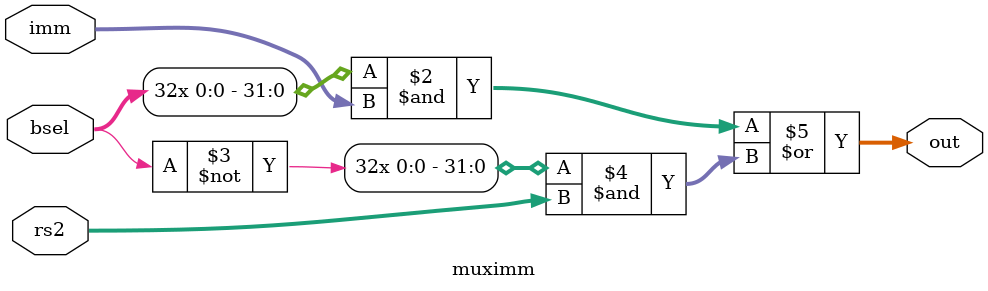
<source format=sv>
module muximm(imm, rs2, bsel, out);
	input wire [31:0]imm;
	input wire [31:0]rs2;
	input wire bsel;
	output reg [31:0]out;
	always @* begin
	out=({32{bsel}}&imm)|({32{~bsel}}&rs2);
	end
endmodule

</source>
